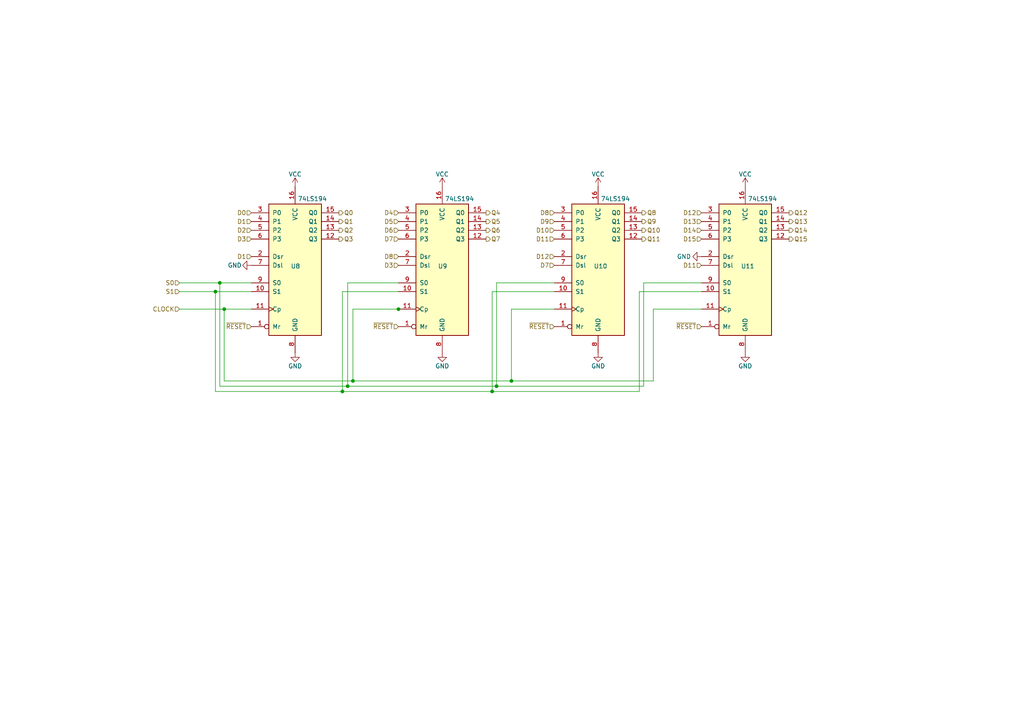
<source format=kicad_sch>
(kicad_sch (version 20211123) (generator eeschema)
  (paper "A4")
  (lib_symbols
    (symbol "74xx:74LS194" (pin_names (offset 1.016))
      (property "Reference" "U" (at -7.62 19.05 0))
      (property "Value" "74LS194" (at -7.62 -21.59 0))
      (symbol "74LS194_1_0"
        (pin input inverted (at -12.7 -17.78 0) (length 5.08) (name "Mr") (number "1"))
        (pin input line (at -12.7 -7.62 0) (length 5.08) (name "S1") (number "10"))
        (pin input clock (at -12.7 -12.7 0) (length 5.08) (name "Cp") (number "11"))
        (pin output line (at 12.7 7.62 180) (length 5.08) (name "Q3") (number "12"))
        (pin output line (at 12.7 10.16 180) (length 5.08) (name "Q2") (number "13"))
        (pin output line (at 12.7 12.7 180) (length 5.08) (name "Q1") (number "14"))
        (pin output line (at 12.7 15.24 180) (length 5.08) (name "Q0") (number "15"))
        (pin power_in line (at 0 22.86 270) (length 5.08) (name "VCC") (number "16"))
        (pin input line (at -12.7 2.54 0) (length 5.08) (name "Dsr") (number "2"))
        (pin input line (at -12.7 15.24 0) (length 5.08) (name "P0") (number "3"))
        (pin input line (at -12.7 12.7 0) (length 5.08) (name "P1") (number "4"))
        (pin input line (at -12.7 10.16 0) (length 5.08) (name "P2") (number "5"))
        (pin input line (at -12.7 7.62 0) (length 5.08) (name "P3") (number "6"))
        (pin input line (at -12.7 0 0) (length 5.08) (name "Dsl") (number "7"))
        (pin power_in line (at 0 -25.4 90) (length 5.08) (name "GND") (number "8"))
        (pin input line (at -12.7 -5.08 0) (length 5.08) (name "S0") (number "9"))
      )
      (symbol "74LS194_1_1"
        (rectangle (start -7.62 17.78) (end 7.62 -20.32) (stroke (width 0.254)) (fill (type background)))
      )
    )
    (symbol "power:GND" (power) (pin_names (offset 0))
      (property "Value" "GND" (at 0 -3.81 0))
      (symbol "GND_0_1"
        (polyline (pts (xy 0 0) (xy 0 -1.27) (xy 1.27 -1.27) (xy 0 -2.54) (xy -1.27 -1.27) (xy 0 -1.27)))
      )
      (symbol "GND_1_1"
        (pin power_in line (at 0 0 270) (length 0) hide (name "GND") (number "1"))
      )
    )
    (symbol "power:VCC" (power) (pin_names (offset 0))
      (property "Value" "VCC" (at 0 3.81 0))
      (symbol "VCC_0_1"
        (polyline (pts (xy -0.762 1.27) (xy 0 2.54)))
        (polyline (pts (xy 0 0) (xy 0 2.54)))
        (polyline (pts (xy 0 2.54) (xy 0.762 1.27)))
      )
      (symbol "VCC_1_1"
        (pin power_in line (at 0 0 90) (length 0) hide (name "VCC") (number "1"))
      )
    )
  )
  (junction (at 65.024 89.662))
  (junction (at 144.018 112.014))
  (junction (at 99.314 113.538))
  (junction (at 62.484 84.582))
  (junction (at 115.57 89.662))
  (junction (at 100.838 112.014))
  (junction (at 63.754 82.042))
  (junction (at 148.336 110.49))
  (junction (at 102.362 110.49))
  (junction (at 142.748 113.538))
  (wire (pts (xy 144.018 112.014) (xy 100.838 112.014)))
  (wire (pts (xy 52.07 82.042) (xy 63.754 82.042)))
  (wire (pts (xy 63.754 82.042) (xy 72.898 82.042)))
  (wire (pts (xy 115.57 84.582) (xy 99.314 84.582)))
  (wire (pts (xy 203.454 89.662) (xy 189.484 89.662)))
  (wire (pts (xy 189.484 89.662) (xy 189.484 110.49)))
  (wire (pts (xy 160.782 89.662) (xy 148.336 89.662)))
  (wire (pts (xy 186.69 82.042) (xy 186.69 112.014)))
  (wire (pts (xy 102.362 89.662) (xy 102.362 110.49)))
  (wire (pts (xy 142.748 113.538) (xy 185.42 113.538)))
  (wire (pts (xy 102.362 110.49) (xy 65.024 110.49)))
  (wire (pts (xy 52.07 84.582) (xy 62.484 84.582)))
  (wire (pts (xy 115.824 89.662) (xy 115.57 89.662)))
  (wire (pts (xy 185.42 113.538) (xy 185.42 84.582)))
  (wire (pts (xy 142.748 84.582) (xy 160.782 84.582)))
  (wire (pts (xy 148.336 89.662) (xy 148.336 110.49)))
  (wire (pts (xy 62.484 113.538) (xy 62.484 84.582)))
  (wire (pts (xy 63.754 82.042) (xy 63.754 112.014)))
  (wire (pts (xy 100.838 82.042) (xy 115.57 82.042)))
  (wire (pts (xy 99.314 113.538) (xy 62.484 113.538)))
  (wire (pts (xy 144.018 82.042) (xy 144.018 112.014)))
  (wire (pts (xy 52.07 89.662) (xy 65.024 89.662)))
  (wire (pts (xy 203.454 82.042) (xy 186.69 82.042)))
  (wire (pts (xy 99.314 113.538) (xy 142.748 113.538)))
  (wire (pts (xy 99.314 84.582) (xy 99.314 113.538)))
  (wire (pts (xy 148.336 110.49) (xy 102.362 110.49)))
  (wire (pts (xy 160.782 82.042) (xy 144.018 82.042)))
  (wire (pts (xy 63.754 112.014) (xy 100.838 112.014)))
  (wire (pts (xy 144.018 112.014) (xy 186.69 112.014)))
  (wire (pts (xy 65.024 89.662) (xy 72.898 89.662)))
  (wire (pts (xy 62.484 84.582) (xy 72.898 84.582)))
  (wire (pts (xy 65.024 110.49) (xy 65.024 89.662)))
  (wire (pts (xy 142.748 113.538) (xy 142.748 84.582)))
  (wire (pts (xy 189.484 110.49) (xy 148.336 110.49)))
  (wire (pts (xy 100.838 112.014) (xy 100.838 82.042)))
  (wire (pts (xy 185.42 84.582) (xy 203.454 84.582)))
  (wire (pts (xy 115.57 89.662) (xy 102.362 89.662)))
  (hierarchical_label "D8" (shape input) (at 115.57 74.422 180))
  (hierarchical_label "Q9" (shape output) (at 186.182 64.262 0))
  (hierarchical_label "CLOCK" (shape input) (at 52.07 89.662 180))
  (hierarchical_label "Q0" (shape output) (at 98.298 61.722 0))
  (hierarchical_label "D1" (shape input) (at 72.898 64.262 180))
  (hierarchical_label "D9" (shape input) (at 160.782 64.262 180))
  (hierarchical_label "D1" (shape input) (at 72.898 74.422 180))
  (hierarchical_label "D15" (shape input) (at 203.454 69.342 180))
  (hierarchical_label "D11" (shape input) (at 160.782 69.342 180))
  (hierarchical_label "~{RESET}" (shape input) (at 72.898 94.742 180))
  (hierarchical_label "Q10" (shape output) (at 186.182 66.802 0))
  (hierarchical_label "D0" (shape input) (at 72.898 61.722 180))
  (hierarchical_label "Q13" (shape output) (at 228.854 64.262 0))
  (hierarchical_label "Q6" (shape output) (at 140.97 66.802 0))
  (hierarchical_label "D7" (shape input) (at 115.57 69.342 180))
  (hierarchical_label "D4" (shape input) (at 115.57 61.722 180))
  (hierarchical_label "S0" (shape input) (at 52.07 82.042 180))
  (hierarchical_label "D14" (shape input) (at 203.454 66.802 180))
  (hierarchical_label "Q4" (shape output) (at 140.97 61.722 0))
  (hierarchical_label "D6" (shape input) (at 115.57 66.802 180))
  (hierarchical_label "Q14" (shape output) (at 228.854 66.802 0))
  (hierarchical_label "S1" (shape input) (at 52.07 84.582 180))
  (hierarchical_label "D3" (shape input) (at 115.57 76.962 180))
  (hierarchical_label "D12" (shape input) (at 160.782 74.422 180))
  (hierarchical_label "D5" (shape input) (at 115.57 64.262 180))
  (hierarchical_label "Q11" (shape output) (at 186.182 69.342 0))
  (hierarchical_label "Q15" (shape output) (at 228.854 69.342 0))
  (hierarchical_label "Q7" (shape output) (at 140.97 69.342 0))
  (hierarchical_label "D8" (shape input) (at 160.782 61.722 180))
  (hierarchical_label "~{RESET}" (shape input) (at 160.782 94.742 180))
  (hierarchical_label "Q5" (shape output) (at 140.97 64.262 0))
  (hierarchical_label "~{RESET}" (shape input) (at 115.57 94.742 180))
  (hierarchical_label "D2" (shape input) (at 72.898 66.802 180))
  (hierarchical_label "D13" (shape input) (at 203.454 64.262 180))
  (hierarchical_label "Q3" (shape output) (at 98.298 69.342 0))
  (hierarchical_label "Q1" (shape output) (at 98.298 64.262 0))
  (hierarchical_label "D7" (shape input) (at 160.782 76.962 180))
  (hierarchical_label "D12" (shape input) (at 203.454 61.722 180))
  (hierarchical_label "~{RESET}" (shape input) (at 203.454 94.742 180))
  (hierarchical_label "D10" (shape input) (at 160.782 66.802 180))
  (hierarchical_label "Q8" (shape output) (at 186.182 61.722 0))
  (hierarchical_label "D3" (shape input) (at 72.898 69.342 180))
  (hierarchical_label "Q12" (shape output) (at 228.854 61.722 0))
  (hierarchical_label "D11" (shape input) (at 203.454 76.962 180))
  (hierarchical_label "Q2" (shape output) (at 98.298 66.802 0))
  (symbol (lib_id "74xx:74LS194") (at 85.598 76.962 0) (unit 1)
    (property "Reference" "U8" (at 84.328 77.216 0) (effects (justify left)))
    (property "Value" "74LS194" (at 86.36 57.658 0) (effects (justify left)))
    (property "Footprint" "Package_SO:SOIC-16_3.9x9.9mm_P1.27mm" (effects hide))
    (property "Datasheet" "http://www.ti.com/lit/gpn/sn74LS194" (effects hide))
  )
  (symbol (lib_id "74xx:74LS194") (at 216.154 76.962 0) (unit 1)
    (property "Reference" "U11" (at 214.884 77.216 0) (effects (justify left)))
    (property "Value" "74LS194" (at 216.916 57.658 0) (effects (justify left)))
    (property "Footprint" "Package_SO:SOIC-16_3.9x9.9mm_P1.27mm" (effects hide))
    (property "Datasheet" "http://www.ti.com/lit/gpn/sn74LS194" (effects hide))
  )
  (symbol (lib_id "power:VCC") (at 128.27 54.102 0) (unit 1)
    (property "Reference" "#PWR024" (effects hide))
    (property "Value" "VCC" (at 128.27 50.546 0))
  )
  (symbol (lib_id "74xx:74LS194") (at 173.482 76.962 0) (unit 1)
    (property "Reference" "U10" (at 172.212 77.216 0) (effects (justify left)))
    (property "Value" "74LS194" (at 174.244 57.658 0) (effects (justify left)))
    (property "Footprint" "Package_SO:SOIC-16_3.9x9.9mm_P1.27mm" (effects hide))
    (property "Datasheet" "http://www.ti.com/lit/gpn/sn74LS194" (effects hide))
  )
  (symbol (lib_id "power:GND") (at 128.27 102.362 0) (unit 1)
    (property "Reference" "#PWR025" (effects hide))
    (property "Value" "GND" (at 128.27 106.172 0))
  )
  (symbol (lib_id "power:GND") (at 216.154 102.362 0) (unit 1)
    (property "Reference" "#PWR030" (effects hide))
    (property "Value" "GND" (at 216.154 106.172 0))
  )
  (symbol (lib_id "power:VCC") (at 173.482 54.102 0) (unit 1)
    (property "Reference" "#PWR026" (effects hide))
    (property "Value" "VCC" (at 173.482 50.546 0))
  )
  (symbol (lib_id "74xx:74LS194") (at 128.27 76.962 0) (unit 1)
    (property "Reference" "U9" (at 127 77.216 0) (effects (justify left)))
    (property "Value" "74LS194" (at 129.032 57.658 0) (effects (justify left)))
    (property "Footprint" "Package_SO:SOIC-16_3.9x9.9mm_P1.27mm" (effects hide))
    (property "Datasheet" "http://www.ti.com/lit/gpn/sn74LS194" (effects hide))
  )
  (symbol (lib_id "power:GND") (at 85.598 102.362 0) (unit 1)
    (property "Reference" "#PWR023" (effects hide))
    (property "Value" "GND" (at 85.598 106.172 0))
  )
  (symbol (lib_id "power:GND") (at 203.454 74.422 270) (unit 1)
    (property "Reference" "#PWR028" (effects hide))
    (property "Value" "GND" (at 198.374 74.422 90))
  )
  (symbol (lib_id "power:VCC") (at 216.154 54.102 0) (unit 1)
    (property "Reference" "#PWR029" (effects hide))
    (property "Value" "VCC" (at 216.154 50.546 0))
  )
  (symbol (lib_id "power:GND") (at 173.482 102.362 0) (unit 1)
    (property "Reference" "#PWR027" (effects hide))
    (property "Value" "GND" (at 173.482 106.172 0))
  )
  (symbol (lib_id "power:GND") (at 72.898 76.962 270) (unit 1)
    (property "Reference" "#PWR021" (effects hide))
    (property "Value" "GND" (at 68.072 76.962 90))
  )
  (symbol (lib_id "power:VCC") (at 85.598 54.102 0) (unit 1)
    (property "Reference" "#PWR022" (effects hide))
    (property "Value" "VCC" (at 85.598 50.546 0))
  )
)
</source>
